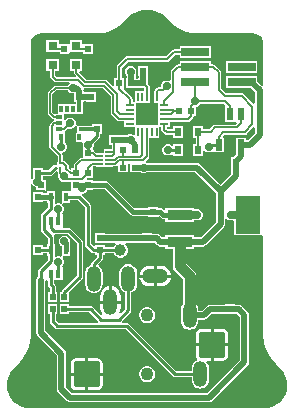
<source format=gbr>
%TF.GenerationSoftware,Altium Limited,Altium Designer,22.5.1 (42)*%
G04 Layer_Physical_Order=1*
G04 Layer_Color=6711008*
%FSLAX45Y45*%
%MOMM*%
%TF.SameCoordinates,A79CAE12-DCBF-455A-9705-E792248E02F7*%
%TF.FilePolarity,Positive*%
%TF.FileFunction,Copper,L1,Top,Signal*%
%TF.Part,Single*%
G01*
G75*
%TA.AperFunction,SMDPad,CuDef*%
%ADD10R,0.60000X0.60000*%
%ADD11R,0.55000X0.60000*%
%ADD12R,0.60000X0.60000*%
%ADD13R,0.60000X0.55000*%
%ADD14R,0.45000X0.80000*%
%ADD15R,0.60000X0.80000*%
%ADD16R,0.60000X1.00000*%
%ADD17C,1.00000*%
%ADD18R,0.53000X0.22000*%
%ADD19R,0.48000X0.22000*%
%ADD20R,2.15000X3.25000*%
%ADD21R,2.15000X0.95000*%
%ADD22C,0.23000*%
%ADD23R,0.35560X0.58420*%
%ADD24R,0.58420X0.35560*%
%ADD25R,2.40000X0.76000*%
%ADD26R,0.80000X0.20000*%
%ADD27R,1.70000X1.70000*%
%ADD28R,0.20000X0.80000*%
%ADD29R,0.80000X0.80000*%
%TA.AperFunction,Conductor*%
%ADD30C,0.12700*%
%ADD31C,0.50800*%
%ADD32C,0.38100*%
%ADD33C,0.25400*%
%ADD34C,0.20320*%
%ADD35C,0.63500*%
%ADD36C,0.88900*%
%ADD37C,0.30480*%
%TA.AperFunction,ComponentPad*%
%ADD38C,1.10000*%
G04:AMPARAMS|DCode=39|XSize=2.2mm|YSize=2.2mm|CornerRadius=0.22mm|HoleSize=0mm|Usage=FLASHONLY|Rotation=270.000|XOffset=0mm|YOffset=0mm|HoleType=Round|Shape=RoundedRectangle|*
%AMROUNDEDRECTD39*
21,1,2.20000,1.76000,0,0,270.0*
21,1,1.76000,2.20000,0,0,270.0*
1,1,0.44000,-0.88000,-0.88000*
1,1,0.44000,-0.88000,0.88000*
1,1,0.44000,0.88000,0.88000*
1,1,0.44000,0.88000,-0.88000*
%
%ADD39ROUNDEDRECTD39*%
G04:AMPARAMS|DCode=40|XSize=2.2mm|YSize=1.2mm|CornerRadius=0.6mm|HoleSize=0mm|Usage=FLASHONLY|Rotation=270.000|XOffset=0mm|YOffset=0mm|HoleType=Round|Shape=RoundedRectangle|*
%AMROUNDEDRECTD40*
21,1,2.20000,0.00000,0,0,270.0*
21,1,1.00000,1.20000,0,0,270.0*
1,1,1.20000,0.00000,-0.50000*
1,1,1.20000,0.00000,0.50000*
1,1,1.20000,0.00000,0.50000*
1,1,1.20000,0.00000,-0.50000*
%
%ADD40ROUNDEDRECTD40*%
G04:AMPARAMS|DCode=41|XSize=2.2mm|YSize=1.2mm|CornerRadius=0.6mm|HoleSize=0mm|Usage=FLASHONLY|Rotation=180.000|XOffset=0mm|YOffset=0mm|HoleType=Round|Shape=RoundedRectangle|*
%AMROUNDEDRECTD41*
21,1,2.20000,0.00000,0,0,180.0*
21,1,1.00000,1.20000,0,0,180.0*
1,1,1.20000,-0.50000,0.00000*
1,1,1.20000,0.50000,0.00000*
1,1,1.20000,0.50000,0.00000*
1,1,1.20000,-0.50000,0.00000*
%
%ADD41ROUNDEDRECTD41*%
%TA.AperFunction,ViaPad*%
%ADD42C,3.70000*%
%ADD43C,0.70000*%
G36*
X0Y185713D02*
X1786Y186452D01*
X44490Y182246D01*
X87271Y169269D01*
X126697Y148195D01*
X159868Y120973D01*
X160608Y119187D01*
X200095Y79700D01*
X200389Y79578D01*
X238442Y47077D01*
X281363Y20776D01*
X327869Y1512D01*
X376817Y-10239D01*
X426706Y-14166D01*
X427000Y-14288D01*
X900000D01*
X901018Y-13866D01*
X922328Y-16671D01*
X943134Y-25290D01*
X961001Y-38999D01*
X974710Y-56866D01*
X983328Y-77672D01*
X984617Y-87457D01*
X985712Y-100000D01*
X985712Y-100000D01*
X985713Y-112680D01*
Y-457815D01*
X973013Y-463075D01*
X932700Y-422763D01*
Y-376300D01*
X667300D01*
Y-477700D01*
X877763D01*
X913222Y-513160D01*
Y-605404D01*
X900522Y-610665D01*
X817965Y-528108D01*
X810404Y-523055D01*
X801484Y-521281D01*
X668743D01*
X628308Y-480846D01*
Y-345001D01*
X626534Y-336081D01*
X621482Y-328520D01*
X576481Y-283519D01*
X568920Y-278467D01*
X560000Y-276693D01*
X542699D01*
Y-249300D01*
X277299D01*
Y-276693D01*
X259742D01*
X250823Y-278467D01*
X243261Y-283519D01*
X206140Y-320641D01*
X201087Y-328202D01*
X199313Y-337122D01*
Y-412322D01*
X186613Y-419243D01*
X174250Y-414122D01*
X155274D01*
X137742Y-421384D01*
X124324Y-434802D01*
X117062Y-452334D01*
Y-471310D01*
X117046Y-471334D01*
X92935D01*
X84015Y-473108D01*
X76453Y-478161D01*
X63519Y-491096D01*
X58466Y-498657D01*
X57742Y-502300D01*
X57300D01*
Y-504521D01*
X56692Y-507577D01*
Y-555000D01*
X57300Y-558056D01*
Y-607700D01*
X92300D01*
Y-682700D01*
Y-792300D01*
X57300D01*
Y-792300D01*
X22700D01*
Y-792300D01*
X-22700D01*
Y-792300D01*
X-92300D01*
Y-722700D01*
X-92300D01*
Y-677300D01*
X-92300D01*
Y-607700D01*
X22700D01*
Y-558056D01*
X23308Y-555000D01*
Y-468807D01*
X21534Y-459887D01*
X16481Y-452326D01*
X9633Y-445478D01*
Y-393040D01*
X5780D01*
Y-376840D01*
X9633D01*
Y-291440D01*
X-75766D01*
Y-376840D01*
X-71913D01*
Y-393040D01*
X-75766D01*
Y-396894D01*
X-92380D01*
Y-395186D01*
X-96233D01*
Y-356987D01*
X-92160Y-347154D01*
Y-328177D01*
X-99422Y-310646D01*
X-112840Y-297227D01*
X-130372Y-289966D01*
X-149348D01*
X-166880Y-297227D01*
X-180298Y-310646D01*
X-187560Y-328177D01*
Y-347154D01*
X-180298Y-364685D01*
X-173926Y-371057D01*
Y-395186D01*
X-177780D01*
Y-475585D01*
X-92380D01*
Y-474587D01*
X-75766D01*
Y-478440D01*
X-23329D01*
X-23308Y-478461D01*
Y-502300D01*
X-102700D01*
Y-597301D01*
X-121692D01*
Y-573824D01*
X-123466Y-564905D01*
X-128519Y-557343D01*
X-198544Y-487318D01*
X-193684Y-475585D01*
X-192379D01*
Y-395185D01*
X-211771D01*
Y-306607D01*
X-159660Y-254496D01*
X168812D01*
X177731Y-252722D01*
X185293Y-247670D01*
X236654Y-196308D01*
X277300D01*
Y-223700D01*
X542700D01*
Y-122300D01*
X277300D01*
Y-149693D01*
X227000D01*
X218080Y-151467D01*
X210519Y-156519D01*
X159157Y-207881D01*
X-169315D01*
X-178234Y-209655D01*
X-185796Y-214707D01*
X-251560Y-280472D01*
X-256613Y-288033D01*
X-258387Y-296953D01*
Y-395185D01*
X-277779D01*
Y-458261D01*
X-289512Y-463121D01*
X-341368Y-411266D01*
X-347669Y-407055D01*
X-355102Y-405577D01*
X-513228D01*
X-573405Y-345400D01*
X-568144Y-332700D01*
X-547300D01*
Y-227300D01*
X-652700D01*
Y-332700D01*
X-619423D01*
Y-346273D01*
X-617945Y-353706D01*
X-613735Y-360007D01*
X-598371Y-375371D01*
X-603231Y-387105D01*
X-765353D01*
X-780577Y-371881D01*
Y-332700D01*
X-747300D01*
Y-227300D01*
X-852700D01*
Y-332700D01*
X-819423D01*
Y-379927D01*
X-817944Y-387360D01*
X-813734Y-393661D01*
X-787133Y-420262D01*
X-780832Y-424472D01*
X-773399Y-425951D01*
X-773397Y-425951D01*
X-661369D01*
X-656109Y-438651D01*
X-665438Y-447980D01*
X-668585Y-455577D01*
X-775000D01*
X-782433Y-457055D01*
X-788734Y-461266D01*
X-788735Y-461267D01*
X-834300Y-506832D01*
X-838511Y-513133D01*
X-839989Y-520566D01*
Y-689005D01*
X-838511Y-696438D01*
X-834300Y-702739D01*
X-798318Y-738722D01*
X-792016Y-742932D01*
X-790475Y-743239D01*
Y-756187D01*
X-794839Y-757055D01*
X-801141Y-761266D01*
X-820759Y-780884D01*
X-824969Y-787185D01*
X-826448Y-794618D01*
Y-973166D01*
X-824969Y-980599D01*
X-820759Y-986900D01*
X-754423Y-1053236D01*
Y-1095200D01*
X-755516Y-1096292D01*
X-759200Y-1105187D01*
Y-1114814D01*
X-758989Y-1115324D01*
X-760580Y-1118129D01*
X-768569Y-1125382D01*
X-775000Y-1124102D01*
X-784911Y-1126074D01*
X-793312Y-1131688D01*
X-835734Y-1174109D01*
X-882301D01*
Y-1157307D01*
X-967701D01*
Y-1238630D01*
X-973013Y-1244195D01*
X-985713Y-1239107D01*
Y-100000D01*
X-986134Y-98982D01*
X-983329Y-77672D01*
X-974711Y-56866D01*
X-961001Y-38999D01*
X-943134Y-25290D01*
X-922328Y-16671D01*
X-901018Y-13866D01*
X-900000Y-14288D01*
X-427000D01*
X-426706Y-14166D01*
X-376817Y-10239D01*
X-327870Y1512D01*
X-281363Y20776D01*
X-238442Y47077D01*
X-200389Y79578D01*
X-200095Y79700D01*
X-160608Y119186D01*
X-159868Y120973D01*
X-126698Y148195D01*
X-87271Y169269D01*
X-44490Y182246D01*
X-1786Y186452D01*
X0Y185713D01*
D02*
G37*
G36*
X-307692Y-545291D02*
Y-686731D01*
X-306213Y-694164D01*
X-302003Y-700466D01*
X-248734Y-753735D01*
X-242433Y-757945D01*
X-235000Y-759423D01*
X-197700D01*
Y-802700D01*
X-102700D01*
Y-870690D01*
X-115400Y-876083D01*
X-130372Y-869881D01*
X-149348D01*
X-166880Y-877143D01*
X-168471Y-878735D01*
X-233341D01*
Y-874881D01*
X-318741D01*
Y-960281D01*
X-295464D01*
Y-992959D01*
X-363752D01*
Y-1027959D01*
X-428947D01*
X-446993Y-1009915D01*
X-446993Y-1009914D01*
X-453295Y-1005704D01*
X-454800Y-1005404D01*
Y-980948D01*
X-454799D01*
X-455857Y-979365D01*
X-449800Y-964741D01*
Y-945764D01*
X-450265Y-944642D01*
X-406688Y-901065D01*
X-401074Y-892663D01*
X-399103Y-882753D01*
Y-867700D01*
X-382300D01*
Y-782300D01*
X-467700D01*
Y-796525D01*
X-512220D01*
Y-794533D01*
X-592714D01*
X-602190Y-784604D01*
X-602300Y-784425D01*
Y-765512D01*
X-609562Y-747980D01*
X-622980Y-734562D01*
X-640512Y-727300D01*
X-659488D01*
X-677020Y-734562D01*
X-690438Y-747980D01*
X-691260Y-749964D01*
X-703960Y-747438D01*
Y-696260D01*
X-694539D01*
Y-696260D01*
X-655473D01*
Y-696260D01*
X-544501D01*
Y-612440D01*
X-546494D01*
Y-592709D01*
X-532303D01*
Y-588856D01*
X-517697D01*
Y-592690D01*
X-432297D01*
Y-507290D01*
X-517697D01*
Y-511163D01*
X-532303D01*
Y-507309D01*
X-536156D01*
Y-499535D01*
X-538126Y-489634D01*
X-536573Y-485968D01*
X-531047Y-479346D01*
X-528538Y-477691D01*
X-375292D01*
X-307692Y-545291D01*
D02*
G37*
G36*
X-665438Y-502020D02*
X-652020Y-515438D01*
X-634488Y-522700D01*
X-617703D01*
Y-592709D01*
X-603468D01*
Y-612440D01*
X-644526D01*
Y-612440D01*
X-705486D01*
Y-612440D01*
X-755499D01*
Y-694507D01*
X-787595D01*
X-801143Y-680959D01*
Y-528612D01*
X-766955Y-494423D01*
X-668585D01*
X-665438Y-502020D01*
D02*
G37*
G36*
X-596040Y-802562D02*
Y-853740D01*
X-605461D01*
Y-937560D01*
X-555548D01*
X-545200Y-945764D01*
X-545200Y-949971D01*
Y-964741D01*
X-539142Y-979365D01*
X-540200Y-980948D01*
X-540200D01*
Y-1066348D01*
X-552532Y-1067236D01*
X-555960D01*
X-563393Y-1068714D01*
X-569694Y-1072925D01*
X-613734Y-1116965D01*
X-617944Y-1123266D01*
X-619423Y-1130699D01*
Y-1157300D01*
X-640200D01*
Y-1162903D01*
X-651933Y-1167763D01*
X-662927Y-1156769D01*
Y-1135138D01*
X-664406Y-1127705D01*
X-668616Y-1121404D01*
X-693754Y-1096266D01*
X-700055Y-1092056D01*
X-707488Y-1090577D01*
X-715577D01*
Y-1045192D01*
X-715576Y-1045191D01*
X-717055Y-1037758D01*
X-718631Y-1035400D01*
X-717143Y-1029344D01*
X-714796Y-1023744D01*
X-713072Y-1021689D01*
X-697980Y-1015438D01*
X-684562Y-1002020D01*
X-677300Y-984488D01*
Y-965512D01*
X-684562Y-947980D01*
X-686361Y-946181D01*
X-694538Y-937560D01*
X-694539D01*
X-694539Y-937559D01*
Y-853740D01*
X-694539Y-853740D01*
X-694538D01*
X-691146Y-841999D01*
X-686278Y-838747D01*
X-667085Y-819553D01*
X-659488Y-822700D01*
X-640512D01*
X-622980Y-815438D01*
X-609562Y-802020D01*
X-608740Y-800036D01*
X-596040Y-802562D01*
D02*
G37*
G36*
X663068Y-625567D02*
X658207Y-637300D01*
X657300D01*
Y-762700D01*
X742700D01*
Y-762701D01*
X752300Y-762700D01*
X759320Y-772492D01*
X760524Y-775400D01*
X749702Y-786221D01*
X579009D01*
X570090Y-787996D01*
X562528Y-793048D01*
X528884Y-826693D01*
X477700D01*
Y-797300D01*
X392300D01*
Y-902700D01*
X411692D01*
Y-947300D01*
X392300D01*
Y-1052700D01*
X477700D01*
Y-1013118D01*
X490400Y-1007858D01*
X497980Y-1015438D01*
X515512Y-1022700D01*
X534488D01*
X549600Y-1016440D01*
X562300Y-1021751D01*
Y-1022700D01*
X647700D01*
Y-897300D01*
X645836D01*
X640976Y-885566D01*
X652810Y-873733D01*
X825936D01*
X834856Y-871958D01*
X842417Y-866906D01*
X900522Y-808801D01*
X913222Y-814062D01*
Y-861838D01*
X853907Y-921153D01*
X837700D01*
Y-897299D01*
X752300D01*
Y-1022699D01*
X756154D01*
Y-1038916D01*
X737760Y-1057310D01*
X707298D01*
Y-1142709D01*
X711151D01*
Y-1208912D01*
X624938Y-1295124D01*
X452345Y-1122531D01*
X439743Y-1114111D01*
X424877Y-1111153D01*
X3611D01*
X2020Y-1109562D01*
X-7688Y-1105541D01*
X-10675Y-1090567D01*
X13734Y-1066158D01*
X17945Y-1059857D01*
X19423Y-1052424D01*
Y-897700D01*
X62700D01*
Y-897700D01*
X102700D01*
Y-802700D01*
X121692D01*
Y-828156D01*
X123466Y-837075D01*
X128519Y-844637D01*
X150363Y-866481D01*
X157924Y-871533D01*
X166844Y-873308D01*
X222301D01*
Y-902700D01*
X307700D01*
Y-797300D01*
X222301D01*
Y-826692D01*
X176498D01*
X168308Y-818502D01*
Y-802700D01*
X197700D01*
Y-763308D01*
X344269D01*
X353189Y-761534D01*
X360750Y-756481D01*
X387261Y-729971D01*
X392313Y-722410D01*
X393975Y-714056D01*
X413480D01*
Y-636534D01*
X419487D01*
X437018Y-629272D01*
X450437Y-615854D01*
X451974Y-612142D01*
X649642D01*
X663068Y-625567D01*
D02*
G37*
G36*
X-142700Y-1121290D02*
Y-1190200D01*
X-57301D01*
X-57300Y-1190200D01*
X-45771Y-1193026D01*
X-34488Y-1197700D01*
X-15512D01*
X2020Y-1190438D01*
X3611Y-1188846D01*
X408786D01*
X586092Y-1366152D01*
Y-1608971D01*
X453909Y-1741154D01*
X395200D01*
Y-1719801D01*
X154801D01*
Y-1741154D01*
X127984D01*
X109364Y-1722534D01*
X96761Y-1714113D01*
X81895Y-1711156D01*
X42709D01*
Y-1707303D01*
X-42691D01*
Y-1711154D01*
X-359800D01*
Y-1707300D01*
X-440200D01*
Y-1792700D01*
X-359800D01*
Y-1788847D01*
X-270478D01*
X-265217Y-1801547D01*
X-278154Y-1814484D01*
X-282139Y-1824103D01*
X-359800D01*
Y-1807300D01*
X-440200D01*
Y-1808063D01*
X-452900Y-1813323D01*
X-474102Y-1792121D01*
Y-1475000D01*
X-476074Y-1465090D01*
X-481688Y-1456688D01*
X-552976Y-1385400D01*
X-547726Y-1372700D01*
X-540512D01*
X-522980Y-1365438D01*
X-509562Y-1352020D01*
X-505701Y-1342699D01*
X-459800D01*
Y-1332372D01*
X-359854D01*
X-144338Y-1547888D01*
X-133836Y-1554905D01*
X-121448Y-1557370D01*
X7291D01*
Y-1567697D01*
X92690D01*
Y-1567698D01*
X105390Y-1563024D01*
X115257Y-1572890D01*
X125759Y-1579908D01*
X138147Y-1582372D01*
X154800D01*
Y-1610200D01*
X395200D01*
Y-1595321D01*
X409768D01*
X415512Y-1597700D01*
X434488D01*
X452020Y-1590438D01*
X465438Y-1577020D01*
X472700Y-1559488D01*
Y-1540512D01*
X465438Y-1522980D01*
X452020Y-1509562D01*
X434488Y-1502300D01*
X415512D01*
X409769Y-1504679D01*
X395200D01*
Y-1489800D01*
X154800D01*
Y-1502911D01*
X142100Y-1508172D01*
X136035Y-1502107D01*
X125533Y-1495089D01*
X113145Y-1492625D01*
X92690D01*
Y-1482298D01*
X7291D01*
Y-1492625D01*
X-108039D01*
X-323555Y-1277109D01*
X-334057Y-1270092D01*
X-346446Y-1267628D01*
X-459800D01*
Y-1257299D01*
X-500019D01*
X-506807Y-1244599D01*
X-505538Y-1242700D01*
X-459800D01*
Y-1157300D01*
X-459800D01*
X-457636Y-1145496D01*
X-454475Y-1141082D01*
X-433752D01*
Y-1145359D01*
X-363752D01*
Y-1145359D01*
X-290352D01*
Y-1141083D01*
X-271659D01*
X-264226Y-1139604D01*
X-257925Y-1135394D01*
X-254433Y-1131901D01*
X-242700Y-1136762D01*
Y-1190200D01*
X-157300D01*
Y-1121288D01*
X-150001Y-1117074D01*
X-142700Y-1121290D01*
D02*
G37*
G36*
X-970435Y-1297010D02*
X-957017Y-1310429D01*
X-942697Y-1316360D01*
Y-1342690D01*
X-860991D01*
X-855634Y-1344979D01*
X-850200Y-1352451D01*
Y-1367628D01*
X-882309D01*
Y-1357290D01*
X-967709D01*
Y-1442690D01*
X-882309D01*
Y-1432372D01*
X-850200D01*
Y-1452700D01*
X-840898D01*
Y-1487236D01*
X-888308Y-1534646D01*
X-893922Y-1543047D01*
X-895893Y-1552958D01*
Y-1680005D01*
X-893922Y-1689915D01*
X-888308Y-1698317D01*
X-840898Y-1745727D01*
Y-1797300D01*
X-850200D01*
Y-1824105D01*
X-882291D01*
Y-1807303D01*
X-967690D01*
Y-1892703D01*
X-882291D01*
Y-1875900D01*
X-850200D01*
Y-1902700D01*
X-840898D01*
Y-1932241D01*
X-918312Y-2009656D01*
X-923926Y-2018058D01*
X-925898Y-2027968D01*
Y-2071482D01*
X-927469Y-2072532D01*
X-935889Y-2085134D01*
X-938846Y-2100000D01*
Y-2550000D01*
X-935889Y-2564866D01*
X-927469Y-2577469D01*
X-763847Y-2741091D01*
Y-3025000D01*
X-760890Y-3039866D01*
X-752469Y-3052469D01*
X-677469Y-3127468D01*
X-664866Y-3135889D01*
X-650000Y-3138846D01*
X525000D01*
X539866Y-3135889D01*
X552469Y-3127468D01*
X852468Y-2827469D01*
X860889Y-2814866D01*
X863846Y-2800000D01*
Y-2400000D01*
X860889Y-2385134D01*
X852468Y-2372531D01*
X802471Y-2322534D01*
X789868Y-2314113D01*
X775003Y-2311156D01*
X742709D01*
Y-2307303D01*
X657310D01*
Y-2311156D01*
X532717D01*
X517851Y-2314113D01*
X505248Y-2322534D01*
X466628Y-2361154D01*
X433327D01*
Y-2350001D01*
X430828Y-2331022D01*
X423503Y-2313337D01*
X418269Y-2306516D01*
Y-2068058D01*
X413833Y-2045759D01*
X401202Y-2026855D01*
X333270Y-1958923D01*
Y-1840201D01*
X395200D01*
Y-1818847D01*
X469999D01*
X484865Y-1815890D01*
X497468Y-1807469D01*
X652407Y-1652530D01*
X660828Y-1639928D01*
X663785Y-1625062D01*
Y-1587843D01*
X676485Y-1582583D01*
X684340Y-1590438D01*
X701872Y-1597700D01*
X720848D01*
X722099Y-1597182D01*
X734799Y-1603706D01*
Y-1725200D01*
X975199D01*
X985713Y-1730480D01*
Y-2448736D01*
Y-2573000D01*
X985834Y-2573295D01*
X989761Y-2623183D01*
X1001512Y-2672131D01*
X1020776Y-2718637D01*
X1047077Y-2761558D01*
X1079578Y-2799611D01*
X1079700Y-2799905D01*
X1089897Y-2810102D01*
X1089897Y-2810103D01*
X1119186Y-2839392D01*
X1120973Y-2840132D01*
X1148195Y-2873302D01*
X1169269Y-2912729D01*
X1182246Y-2955510D01*
X1186452Y-2998214D01*
X1185712Y-3000000D01*
X1186290Y-3001395D01*
X1182845Y-3036370D01*
X1172237Y-3071343D01*
X1155009Y-3103574D01*
X1131824Y-3131824D01*
X1103574Y-3155009D01*
X1071343Y-3172237D01*
X1036370Y-3182846D01*
X1001395Y-3186290D01*
X1000000Y-3185712D01*
X-1000000D01*
X-1001396Y-3186290D01*
X-1036371Y-3182846D01*
X-1071343Y-3172237D01*
X-1103574Y-3155009D01*
X-1131825Y-3131824D01*
X-1155009Y-3103574D01*
X-1172237Y-3071343D01*
X-1182846Y-3036370D01*
X-1185196Y-3012510D01*
X-1185712Y-3000000D01*
X-1185712D01*
X-1185390Y-2987433D01*
X-1182246Y-2955509D01*
X-1169269Y-2912729D01*
X-1148195Y-2873302D01*
X-1120973Y-2840132D01*
X-1119186Y-2839392D01*
X-1089897Y-2810103D01*
X-1079700Y-2799905D01*
X-1079700Y-2799905D01*
X-1079700Y-2799905D01*
X-1079578Y-2799611D01*
X-1047077Y-2761558D01*
X-1020776Y-2718637D01*
X-1001512Y-2672131D01*
X-989761Y-2623183D01*
X-985834Y-2573294D01*
X-985713Y-2573000D01*
Y-2448736D01*
Y-1293315D01*
X-973013Y-1290789D01*
X-970435Y-1297010D01*
D02*
G37*
G36*
X-754423Y-1184008D02*
Y-1194572D01*
X-752944Y-1202005D01*
X-751445Y-1204250D01*
X-754986Y-1212798D01*
Y-1231774D01*
X-747724Y-1249306D01*
X-734305Y-1262724D01*
X-716774Y-1269986D01*
X-697797D01*
X-689249Y-1266445D01*
X-687005Y-1267945D01*
X-679572Y-1269423D01*
X-640200D01*
Y-1339816D01*
X-648360Y-1346177D01*
X-650995Y-1347300D01*
X-720200D01*
Y-1446967D01*
X-731524Y-1456023D01*
X-740512Y-1452300D01*
X-759488D01*
X-768477Y-1456023D01*
X-779800Y-1446967D01*
Y-1347300D01*
X-846507D01*
X-851864Y-1345012D01*
X-857297Y-1337540D01*
Y-1257291D01*
X-871847D01*
X-882613Y-1244590D01*
X-882300Y-1242706D01*
X-882301D01*
Y-1225904D01*
X-825007D01*
X-815096Y-1223933D01*
X-806694Y-1218319D01*
X-767123Y-1178747D01*
X-754423Y-1184008D01*
D02*
G37*
G36*
X-525898Y-1485727D02*
Y-1802848D01*
X-523926Y-1812758D01*
X-518312Y-1821160D01*
X-471160Y-1868312D01*
X-462758Y-1873926D01*
X-452848Y-1875898D01*
X-440200D01*
Y-1892700D01*
X-425898D01*
Y-1906070D01*
X-468313Y-1948486D01*
X-473927Y-1956887D01*
X-475898Y-1966798D01*
Y-1972036D01*
X-486665Y-1976496D01*
X-501851Y-1988149D01*
X-513504Y-2003335D01*
X-520830Y-2021021D01*
X-523328Y-2039999D01*
Y-2139999D01*
X-520830Y-2158978D01*
X-513504Y-2176663D01*
X-501851Y-2191850D01*
X-486665Y-2203503D01*
X-468979Y-2210828D01*
X-450001Y-2213327D01*
X-431023Y-2210828D01*
X-413337Y-2203503D01*
X-398151Y-2191850D01*
X-386498Y-2176663D01*
X-379172Y-2158978D01*
X-376674Y-2139999D01*
Y-2039999D01*
X-379172Y-2021021D01*
X-386498Y-2003335D01*
X-398151Y-1988149D01*
X-408684Y-1980066D01*
X-411436Y-1964858D01*
X-381688Y-1935109D01*
X-376074Y-1926708D01*
X-374102Y-1916797D01*
Y-1892700D01*
X-359800D01*
Y-1875898D01*
X-282139D01*
X-278154Y-1885517D01*
X-260517Y-1903154D01*
X-237472Y-1912700D01*
X-212528D01*
X-189483Y-1903154D01*
X-171846Y-1885517D01*
X-162300Y-1862472D01*
Y-1837528D01*
X-171846Y-1814484D01*
X-184783Y-1801547D01*
X-179522Y-1788847D01*
X-42691D01*
Y-1792703D01*
X42709D01*
Y-1788849D01*
X65805D01*
X84425Y-1807469D01*
X97028Y-1815890D01*
X111894Y-1818847D01*
X154801D01*
Y-1840201D01*
X216731D01*
Y-1983060D01*
X221166Y-2005358D01*
X233798Y-2024262D01*
X301730Y-2092194D01*
Y-2306516D01*
X296496Y-2313337D01*
X289171Y-2331022D01*
X286672Y-2350001D01*
Y-2450001D01*
X289171Y-2468979D01*
X296496Y-2486665D01*
X308149Y-2501851D01*
X323336Y-2513504D01*
X341021Y-2520830D01*
X359999Y-2523328D01*
X378978Y-2520830D01*
X396663Y-2513504D01*
X411850Y-2501851D01*
X423503Y-2486665D01*
X430828Y-2468979D01*
X433327Y-2450001D01*
Y-2438847D01*
X482719D01*
X497585Y-2435890D01*
X510187Y-2427469D01*
X548808Y-2388849D01*
X657310D01*
Y-2392703D01*
X742709D01*
Y-2388849D01*
X758912D01*
X786153Y-2416091D01*
Y-2783910D01*
X508910Y-3061153D01*
X-633910D01*
X-686154Y-3008909D01*
Y-2725000D01*
X-689111Y-2710134D01*
X-697531Y-2697531D01*
X-861153Y-2533909D01*
Y-2113149D01*
X-848692Y-2106340D01*
X-843007Y-2109043D01*
X-840898Y-2110904D01*
Y-2141585D01*
X-838926Y-2151496D01*
X-833313Y-2159898D01*
X-825897Y-2167313D01*
Y-2207300D01*
X-840199D01*
Y-2292700D01*
X-759800D01*
Y-2207300D01*
X-774102D01*
Y-2156586D01*
X-776073Y-2146675D01*
X-781687Y-2138273D01*
X-789103Y-2130858D01*
Y-2102700D01*
X-714800D01*
Y-1997300D01*
X-714800D01*
X-717142Y-1984600D01*
X-709562Y-1977020D01*
X-702300Y-1959488D01*
Y-1940512D01*
X-709562Y-1922980D01*
X-711853Y-1920690D01*
X-714283Y-1908497D01*
X-711881Y-1902700D01*
X-709963Y-1902700D01*
X-709962Y-1902700D01*
X-709875Y-1902700D01*
X-649800D01*
Y-1797300D01*
X-649800D01*
X-652346Y-1784600D01*
X-652300Y-1784488D01*
Y-1765512D01*
X-659562Y-1747980D01*
X-672980Y-1734562D01*
X-690512Y-1727300D01*
X-709488D01*
X-727020Y-1734562D01*
X-740438Y-1747980D01*
X-747700Y-1765512D01*
Y-1784488D01*
X-740438Y-1802020D01*
X-727020Y-1815438D01*
X-720200Y-1818263D01*
X-720200Y-1893446D01*
X-720200Y-1896967D01*
X-724766Y-1900618D01*
X-724766D01*
X-724766Y-1900619D01*
D01*
X-736393Y-1904006D01*
X-740512Y-1902300D01*
X-759488D01*
X-768477Y-1906023D01*
X-779800Y-1896967D01*
Y-1797300D01*
X-789103D01*
Y-1735000D01*
X-790737Y-1726782D01*
X-789925Y-1724014D01*
X-788680Y-1722024D01*
X-782843Y-1714547D01*
X-669933D01*
X-595523Y-1788957D01*
Y-2061957D01*
X-718312Y-2184747D01*
X-723926Y-2193149D01*
X-725897Y-2203059D01*
Y-2207300D01*
X-740200D01*
Y-2292700D01*
X-659800D01*
Y-2207301D01*
X-659800Y-2207301D01*
X-659800D01*
X-656112Y-2195796D01*
X-551313Y-2090997D01*
X-545699Y-2082595D01*
X-543728Y-2072684D01*
Y-1778230D01*
X-545699Y-1768319D01*
X-551313Y-1759917D01*
X-640893Y-1670337D01*
X-649295Y-1664723D01*
X-659205Y-1662752D01*
X-708407D01*
X-714800Y-1652700D01*
Y-1547300D01*
X-714800D01*
X-717142Y-1534600D01*
X-709562Y-1527020D01*
X-702300Y-1509488D01*
Y-1490512D01*
X-709562Y-1472980D01*
X-717142Y-1465400D01*
X-711882Y-1452700D01*
X-649800D01*
Y-1425898D01*
X-585727D01*
X-525898Y-1485727D01*
D02*
G37*
%LPC*%
G36*
X-547300Y-67300D02*
X-652699D01*
Y-97541D01*
X-659801Y-107300D01*
X-665400Y-107300D01*
X-740200D01*
X-747300Y-97541D01*
Y-67300D01*
X-852700D01*
Y-172700D01*
X-773056D01*
X-769999Y-173308D01*
X-740200D01*
Y-192700D01*
X-659800D01*
Y-182459D01*
X-652699Y-172700D01*
X-647100Y-172700D01*
X-573056D01*
X-569999Y-173308D01*
X-540200D01*
Y-192700D01*
X-459800D01*
Y-107300D01*
X-540200D01*
X-547300Y-97541D01*
Y-67300D01*
D02*
G37*
G36*
X932700Y-249300D02*
X667300D01*
Y-350700D01*
X932700D01*
Y-249300D01*
D02*
G37*
G36*
X307700Y-947300D02*
X222301D01*
Y-961882D01*
X209601Y-967143D01*
X202020Y-959562D01*
X184488Y-952300D01*
X165512D01*
X147980Y-959562D01*
X134562Y-972980D01*
X127300Y-990512D01*
Y-1009488D01*
X134562Y-1027020D01*
X147980Y-1040438D01*
X165512Y-1047700D01*
X184488D01*
X202020Y-1040438D01*
X209601Y-1032857D01*
X222301Y-1038118D01*
Y-1052700D01*
X307700D01*
Y-947300D01*
D02*
G37*
G36*
X120000Y-1983863D02*
X82700D01*
Y-2057300D01*
X204465D01*
X203202Y-2047706D01*
X194596Y-2026932D01*
X180908Y-2009092D01*
X163068Y-1995404D01*
X142294Y-1986798D01*
X120000Y-1983863D01*
D02*
G37*
G36*
X57300D02*
X19999D01*
X-2294Y-1986798D01*
X-23069Y-1995404D01*
X-40908Y-2009092D01*
X-54597Y-2026932D01*
X-63202Y-2047706D01*
X-64465Y-2057300D01*
X57300D01*
Y-1983863D01*
D02*
G37*
G36*
X204465Y-2082700D02*
X82700D01*
Y-2156137D01*
X120000D01*
X142294Y-2153202D01*
X163068Y-2144597D01*
X180908Y-2130908D01*
X194596Y-2113068D01*
X203202Y-2092294D01*
X204465Y-2082700D01*
D02*
G37*
G36*
X57300D02*
X-64465D01*
X-63202Y-2092294D01*
X-54597Y-2113068D01*
X-40908Y-2130908D01*
X-23069Y-2144597D01*
X-2294Y-2153202D01*
X19999Y-2156137D01*
X57300D01*
Y-2082700D01*
D02*
G37*
G36*
X-297301Y-2155535D02*
Y-2277300D01*
X-223864D01*
Y-2240000D01*
X-226799Y-2217706D01*
X-235404Y-2196931D01*
X-249093Y-2179092D01*
X-266932Y-2165403D01*
X-287707Y-2156798D01*
X-297301Y-2155535D01*
D02*
G37*
G36*
X-322701Y-2155535D02*
X-332294Y-2156798D01*
X-353069Y-2165403D01*
X-370909Y-2179092D01*
X-384597Y-2196931D01*
X-393202Y-2217706D01*
X-396137Y-2240000D01*
Y-2277300D01*
X-322701D01*
Y-2155535D01*
D02*
G37*
G36*
X-160000Y-1966673D02*
X-178979Y-1969171D01*
X-196664Y-1976497D01*
X-211851Y-1988150D01*
X-223504Y-2003336D01*
X-230829Y-2021022D01*
X-233328Y-2040000D01*
Y-2140000D01*
X-230829Y-2158979D01*
X-223504Y-2176664D01*
X-211851Y-2191851D01*
X-196664Y-2203504D01*
X-185898Y-2207963D01*
Y-2349273D01*
X-223047Y-2386422D01*
X-233813Y-2379228D01*
X-226799Y-2362294D01*
X-223864Y-2340000D01*
Y-2302700D01*
X-310001D01*
X-396137D01*
Y-2340000D01*
X-393202Y-2362294D01*
X-384597Y-2383069D01*
X-377581Y-2392213D01*
X-382672Y-2406440D01*
X-384787Y-2406934D01*
X-460034Y-2331687D01*
X-468436Y-2326073D01*
X-478346Y-2324102D01*
X-659801D01*
Y-2307300D01*
X-740200D01*
Y-2392700D01*
X-659801D01*
Y-2375897D01*
X-489073D01*
X-413271Y-2451700D01*
X-418531Y-2464400D01*
X-747595D01*
X-774103Y-2437892D01*
Y-2392700D01*
X-759800D01*
Y-2307300D01*
X-840200D01*
Y-2392700D01*
X-825898D01*
Y-2448619D01*
X-823926Y-2458530D01*
X-818313Y-2466932D01*
X-776634Y-2508610D01*
X-768232Y-2514224D01*
X-758322Y-2516195D01*
X-184214D01*
X217904Y-2918313D01*
X226306Y-2923927D01*
X236216Y-2925898D01*
X376672D01*
Y-2950001D01*
X379171Y-2968979D01*
X386496Y-2986664D01*
X398149Y-3001851D01*
X413336Y-3013504D01*
X431021Y-3020829D01*
X450000Y-3023328D01*
X468978Y-3020829D01*
X486663Y-3013504D01*
X501850Y-3001851D01*
X513503Y-2986664D01*
X520828Y-2968979D01*
X523327Y-2950001D01*
Y-2850000D01*
X520828Y-2831022D01*
X513503Y-2813337D01*
X502524Y-2799028D01*
X503229Y-2795162D01*
X507305Y-2786328D01*
X537299D01*
Y-2662700D01*
X413670D01*
Y-2738000D01*
X417349Y-2756494D01*
X424987Y-2767925D01*
X422810Y-2780750D01*
X421403Y-2783156D01*
X413336Y-2786497D01*
X398149Y-2798150D01*
X386496Y-2813337D01*
X379171Y-2831022D01*
X376672Y-2850000D01*
Y-2874103D01*
X246943D01*
X-155174Y-2471985D01*
X-163576Y-2466371D01*
X-173487Y-2464400D01*
X-209814D01*
X-215075Y-2451700D01*
X-141688Y-2378313D01*
X-136074Y-2369911D01*
X-134103Y-2360001D01*
Y-2207963D01*
X-123337Y-2203504D01*
X-108150Y-2191851D01*
X-96497Y-2176664D01*
X-89172Y-2158979D01*
X-86673Y-2140000D01*
Y-2040000D01*
X-89172Y-2021022D01*
X-96497Y-2003336D01*
X-108150Y-1988150D01*
X-123337Y-1976497D01*
X-141022Y-1969171D01*
X-160000Y-1966673D01*
D02*
G37*
G36*
X8912Y-2332300D02*
X-8914D01*
X-26133Y-2336913D01*
X-41570Y-2345826D01*
X-54175Y-2358431D01*
X-63088Y-2373868D01*
X-67701Y-2391087D01*
Y-2408912D01*
X-63088Y-2426131D01*
X-54175Y-2441568D01*
X-41570Y-2454173D01*
X-26133Y-2463086D01*
X-8914Y-2467699D01*
X8912D01*
X26130Y-2463086D01*
X41567Y-2454173D01*
X54172Y-2441568D01*
X63085Y-2426131D01*
X67699Y-2408912D01*
Y-2391087D01*
X63085Y-2373868D01*
X54172Y-2358431D01*
X41567Y-2345826D01*
X26130Y-2336913D01*
X8912Y-2332300D01*
D02*
G37*
G36*
X637999Y-2513671D02*
X562699D01*
Y-2637300D01*
X686328D01*
Y-2561999D01*
X682649Y-2543505D01*
X672172Y-2527826D01*
X656493Y-2517350D01*
X637999Y-2513671D01*
D02*
G37*
G36*
X537299D02*
X461999D01*
X443504Y-2517350D01*
X427825Y-2527826D01*
X417349Y-2543505D01*
X413670Y-2561999D01*
Y-2637300D01*
X537299D01*
Y-2513671D01*
D02*
G37*
G36*
X686328Y-2662700D02*
X562699D01*
Y-2786328D01*
X637999D01*
X656493Y-2782650D01*
X672172Y-2772173D01*
X682649Y-2756494D01*
X686328Y-2738000D01*
Y-2662700D01*
D02*
G37*
G36*
X-422001Y-2763671D02*
X-497301D01*
Y-2887301D01*
X-373672D01*
Y-2812000D01*
X-377351Y-2793505D01*
X-387827Y-2777826D01*
X-403506Y-2767350D01*
X-422001Y-2763671D01*
D02*
G37*
G36*
X-522701D02*
X-598001D01*
X-616495Y-2767350D01*
X-632174Y-2777826D01*
X-642651Y-2793505D01*
X-646329Y-2812000D01*
Y-2887301D01*
X-522701D01*
Y-2763671D01*
D02*
G37*
G36*
X8913Y-2832300D02*
X-8913D01*
X-26131Y-2836914D01*
X-41569Y-2845827D01*
X-54173Y-2858431D01*
X-63086Y-2873869D01*
X-67700Y-2891087D01*
Y-2908913D01*
X-63086Y-2926131D01*
X-54173Y-2941569D01*
X-41569Y-2954173D01*
X-26131Y-2963086D01*
X-8913Y-2967700D01*
X8913D01*
X26131Y-2963086D01*
X41569Y-2954173D01*
X54173Y-2941569D01*
X63086Y-2926131D01*
X67700Y-2908913D01*
Y-2891087D01*
X63086Y-2873869D01*
X54173Y-2858431D01*
X41569Y-2845827D01*
X26131Y-2836914D01*
X8913Y-2832300D01*
D02*
G37*
G36*
X-373672Y-2912701D02*
X-497301D01*
Y-3036328D01*
X-422001D01*
X-403506Y-3032650D01*
X-387827Y-3022173D01*
X-377351Y-3006494D01*
X-373672Y-2988000D01*
Y-2912701D01*
D02*
G37*
G36*
X-522701D02*
X-646329D01*
Y-2988000D01*
X-642651Y-3006494D01*
X-632174Y-3022173D01*
X-616495Y-3032650D01*
X-598001Y-3036328D01*
X-522701D01*
Y-2912701D01*
D02*
G37*
%LPD*%
D10*
X-276041Y-917581D02*
D03*
X-276041Y-817574D02*
D03*
X700010Y-2450010D02*
D03*
Y-2350003D02*
D03*
X-925009Y-1399990D02*
D03*
Y-1499997D02*
D03*
X-925001Y-1200007D02*
D03*
X-925000Y-1100000D02*
D03*
X-924991Y-1749995D02*
D03*
X-924991Y-1850003D02*
D03*
X-425000Y-724993D02*
D03*
Y-825000D02*
D03*
X49990Y-1424990D02*
D03*
X49991Y-1524997D02*
D03*
X9Y-1850010D02*
D03*
X9Y-1750003D02*
D03*
D11*
X-800000Y-2250000D02*
D03*
X-800000Y-2350000D02*
D03*
X-700000Y-150000D02*
D03*
Y-250000D02*
D03*
X-500000Y-150000D02*
D03*
Y-250000D02*
D03*
X-600000Y-1300000D02*
D03*
X-600000Y-1200000D02*
D03*
X-500000Y-1299999D02*
D03*
Y-1200000D02*
D03*
X-400000Y-1750000D02*
D03*
Y-1850000D02*
D03*
X-700000Y-2250000D02*
D03*
X-700000Y-2350000D02*
D03*
D12*
X-497500Y-1023648D02*
D03*
X-597507Y-1023648D02*
D03*
X649991Y-1100009D02*
D03*
X749997D02*
D03*
X-799990Y-1299990D02*
D03*
X-899997Y-1299991D02*
D03*
X-374991Y-549991D02*
D03*
X-474997Y-549990D02*
D03*
X-675010Y-550009D02*
D03*
X-575003D02*
D03*
X66941Y-435741D02*
D03*
X-33066Y-435740D02*
D03*
X66941Y-334140D02*
D03*
X-33066Y-334140D02*
D03*
D13*
X-135080Y-435385D02*
D03*
X-235079Y-435385D02*
D03*
X370780Y-673857D02*
D03*
X270780D02*
D03*
X-100000Y-1150000D02*
D03*
X-200000Y-1150000D02*
D03*
X-100000Y-1000000D02*
D03*
X-200001Y-1000000D02*
D03*
D14*
X-685000Y-1400000D02*
D03*
Y-1600000D02*
D03*
X-750000D02*
D03*
X-815000D02*
D03*
Y-1400000D02*
D03*
X-685000Y-1850000D02*
D03*
Y-2050000D02*
D03*
X-750000D02*
D03*
X-815000D02*
D03*
Y-1850000D02*
D03*
D15*
X265000Y-1000000D02*
D03*
X435000Y-1000000D02*
D03*
X265000Y-850000D02*
D03*
X435000Y-850000D02*
D03*
D16*
X795000Y-700000D02*
D03*
X700000Y-700000D02*
D03*
X605000Y-700000D02*
D03*
Y-960000D02*
D03*
X795000Y-959999D02*
D03*
D17*
X-225000Y-1850000D02*
D03*
D18*
X-394553Y-1016659D02*
D03*
D19*
X-397053Y-1051659D02*
D03*
X-397052Y-1086659D02*
D03*
Y-1121659D02*
D03*
X-327052Y-1121659D02*
D03*
Y-1086659D02*
D03*
Y-1051659D02*
D03*
Y-1016659D02*
D03*
D20*
X854999Y-1550000D02*
D03*
D21*
X275000Y-1780001D02*
D03*
X275000Y-1550000D02*
D03*
Y-1320000D02*
D03*
D22*
X-775000Y-1110000D02*
D03*
X-735000Y-1110001D02*
D03*
X-775000Y-1150000D02*
D03*
X-735000D02*
D03*
D23*
X-725019Y-895650D02*
D03*
X-675006D02*
D03*
X-624994Y-895650D02*
D03*
X-574981Y-895650D02*
D03*
Y-654350D02*
D03*
X-624993D02*
D03*
X-675006Y-654350D02*
D03*
X-725019Y-654350D02*
D03*
D24*
X-554130Y-825013D02*
D03*
X-554130Y-775000D02*
D03*
X-554130Y-724987D02*
D03*
X-745870D02*
D03*
Y-775000D02*
D03*
Y-825013D02*
D03*
D25*
X409999Y-427001D02*
D03*
X409999Y-300000D02*
D03*
X410000Y-173000D02*
D03*
X800000Y-173001D02*
D03*
X800000Y-300000D02*
D03*
X800000Y-427000D02*
D03*
D26*
X145000Y-700000D02*
D03*
Y-740000D02*
D03*
Y-620001D02*
D03*
Y-660000D02*
D03*
X-145000Y-780000D02*
D03*
Y-740000D02*
D03*
Y-660000D02*
D03*
X-145000Y-700000D02*
D03*
X-145000Y-620001D02*
D03*
X145000Y-780000D02*
D03*
D27*
X0Y-700000D02*
D03*
D28*
X-40000Y-845000D02*
D03*
X80000D02*
D03*
X40000Y-845000D02*
D03*
X0Y-845000D02*
D03*
X-80000Y-555000D02*
D03*
X-40000D02*
D03*
X40000Y-555000D02*
D03*
X0Y-555000D02*
D03*
X80000D02*
D03*
X-80000Y-845000D02*
D03*
D29*
X-800000Y-280000D02*
D03*
Y-120000D02*
D03*
X-600000Y-280000D02*
D03*
X-600000Y-120000D02*
D03*
D30*
X-820566Y-689005D02*
Y-520566D01*
Y-689005D02*
X-784583Y-724987D01*
X-820566Y-520566D02*
X-775000Y-475000D01*
X-784583Y-724987D02*
X-745870D01*
X-775000Y-475000D02*
X-625000D01*
X-735000Y-1110001D02*
Y-1045191D01*
X-807025Y-973166D02*
Y-794618D01*
Y-973166D02*
X-735000Y-1045191D01*
X-807025Y-794618D02*
X-787406Y-775000D01*
X-745870D01*
X-800000Y-379927D02*
X-773399Y-406528D01*
X-584808D02*
X-533068Y-458268D01*
X-773399Y-406528D02*
X-584808D01*
X-533068Y-458268D02*
X-367246D01*
X-521274Y-425000D02*
X-355102D01*
X-600000Y-346273D02*
Y-280000D01*
Y-346273D02*
X-521274Y-425000D01*
X-735000Y-1194572D02*
X-679572Y-1250000D01*
X-745870Y-825013D02*
X-700013D01*
X-650000Y-775000D01*
X-682350Y-1164814D02*
Y-1135138D01*
X-647164Y-1200000D02*
X-600000D01*
X-682350Y-1164814D02*
X-647164Y-1200000D01*
X-679572Y-1250000D02*
X-550000D01*
X-735000Y-1194572D02*
Y-1150000D01*
X-550000Y-1250000D02*
X-500000Y-1200000D01*
X-735000Y-1110001D02*
X-707488D01*
X-682350Y-1135138D01*
X-600000Y-1200000D02*
Y-1130699D01*
X-555960Y-1086659D02*
X-397052D01*
X-600000Y-1130699D02*
X-555960Y-1086659D01*
X-469925Y-1121659D02*
X-397052D01*
X-500000Y-1151734D02*
X-469925Y-1121659D01*
X-500000Y-1200000D02*
Y-1151734D01*
X-367246Y-458268D02*
X-288268Y-537245D01*
Y-686731D02*
Y-537245D01*
X-254210Y-670790D02*
Y-525892D01*
X-355102Y-425000D02*
X-254210Y-525892D01*
X-288268Y-686731D02*
X-235000Y-740000D01*
X-254210Y-670790D02*
X-225000Y-700000D01*
X-235000Y-740000D02*
X-145000D01*
X-225000Y-700000D02*
X-145000D01*
X-200000Y-1085317D02*
X-32893D01*
X0Y-1052424D01*
X-272580Y-1086659D02*
X-245838Y-1059917D01*
X-59603D02*
X-40000Y-1040314D01*
X-200001Y-1059917D02*
X-59603D01*
X-235317Y-1085317D02*
X-200000D01*
Y-1150000D02*
Y-1085317D01*
X-245838Y-1059917D02*
X-200001D01*
Y-1000000D01*
X-40000Y-1040314D02*
Y-845000D01*
X-327052Y-1086659D02*
X-272580D01*
X0Y-1052424D02*
Y-845000D01*
X-271659Y-1121659D02*
X-235317Y-1085317D01*
X-327052Y-1121659D02*
X-271659D01*
X-276041Y-1016659D02*
Y-917581D01*
Y-1033353D02*
Y-1016659D01*
X-276041Y-917581D02*
X-276041Y-917581D01*
X-497499Y-1023648D02*
X-460728D01*
X-432716Y-1051659D01*
X-397053Y-1051659D01*
X-327052Y-1016659D02*
X-276041D01*
X-294346Y-1051659D02*
X-276041Y-1033353D01*
X-327052Y-1051659D02*
X-294346D01*
X-800000Y-379927D02*
Y-280000D01*
D31*
X-625000Y-475000D02*
X-599538D01*
X-575003Y-499535D01*
Y-550009D02*
Y-499535D01*
X-925001Y-1274987D02*
Y-1200007D01*
Y-1274987D02*
X-899997Y-1299991D01*
X469999Y-1780001D02*
X624938Y-1625062D01*
Y-1350062D01*
X-25000Y-1150000D02*
X424877D01*
X624938Y-1350062D02*
X749997Y-1225002D01*
X424877Y-1150000D02*
X624938Y-1350062D01*
X-139860Y-337666D02*
X-135080Y-342446D01*
Y-435385D02*
Y-342446D01*
X-100000Y-1150000D02*
X-100000Y-1150000D01*
X-25000D01*
X-139860Y-917581D02*
X-100000Y-957441D01*
X-276041Y-917581D02*
X-139860D01*
X-100000Y-1000000D02*
Y-957441D01*
X952068Y-877928D02*
Y-497069D01*
X800000Y-427000D02*
X882000D01*
X952068Y-497069D01*
X869997Y-959999D02*
X952068Y-877928D01*
X795000Y-959999D02*
X869997D01*
X749997Y-1225002D02*
Y-1100009D01*
X275000Y-1780001D02*
X469999D01*
X-900000Y-2550000D02*
Y-2100000D01*
Y-2550000D02*
X-725000Y-2725000D01*
Y-3025000D02*
Y-2725000D01*
Y-3025000D02*
X-650000Y-3100000D01*
X525000D01*
X825000Y-2800000D01*
Y-2400000D01*
X775003Y-2350003D02*
X825000Y-2400000D01*
X700010Y-2350003D02*
X775003D01*
X9Y-1750003D02*
X81895D01*
X111894Y-1780001D02*
X275000D01*
X81895Y-1750003D02*
X111894Y-1780001D01*
X-475016Y-550009D02*
X-474997Y-549990D01*
X-575003Y-550009D02*
X-475016D01*
X-925009Y-1399990D02*
X-925000Y-1400000D01*
X795000Y-1055007D02*
Y-959999D01*
X749997Y-1100009D02*
X795000Y-1055007D01*
X7Y-1750000D02*
X9Y-1750003D01*
X-400000Y-1750000D02*
X7D01*
X359999Y-2400001D02*
X482719D01*
X532717Y-2350003D01*
X700010D01*
X-134725Y-435740D02*
X-33066D01*
X-135080Y-435385D02*
X-134725Y-435740D01*
X-33066D02*
Y-334140D01*
D32*
X-600000Y-1300000D02*
X-346446D01*
X-121448Y-1524997D02*
X49991D01*
X-346446Y-1300000D02*
X-121448Y-1524997D01*
X49991D02*
X113145D01*
X138147Y-1550000D02*
X275000D01*
X113145Y-1524997D02*
X138147Y-1550000D01*
X-700000Y-1775000D02*
X-685000Y-1790000D01*
Y-1850000D02*
Y-1790000D01*
X-925000Y-1400000D02*
X-815000D01*
D33*
X-500000Y-1802848D02*
Y-1475000D01*
X-452848Y-1850000D02*
X-400000D01*
X-500000Y-1802848D02*
X-452848Y-1850000D01*
X-575000Y-1400000D02*
X-500000Y-1475000D01*
X-685000Y-1400000D02*
X-575000D01*
X-825007Y-1200007D02*
X-775000Y-1150000D01*
X-925001Y-1200007D02*
X-825007D01*
X540000Y-960000D02*
X605000D01*
X525000Y-975000D02*
X540000Y-960000D01*
X-800000Y-2448619D02*
X-758322Y-2490298D01*
X-173487D02*
X236216Y-2900001D01*
X-758322Y-2490298D02*
X-173487D01*
X-800000Y-2448619D02*
Y-2350000D01*
X-388553Y-2439793D02*
X-239793D01*
X-478346Y-2350000D02*
X-388553Y-2439793D01*
X-700000Y-2350000D02*
X-478346D01*
X-239793Y-2439793D02*
X-160000Y-2360001D01*
X-815003Y-1850003D02*
X-815000Y-1850000D01*
X-924991Y-1850003D02*
X-815003D01*
X-869995Y-1552958D02*
X-815000Y-1497963D01*
Y-1850000D02*
Y-1735000D01*
X-869995Y-1680005D02*
X-815000Y-1735000D01*
X-869995Y-1680005D02*
Y-1552958D01*
X-659205Y-1688650D02*
X-569625Y-1778230D01*
X-700000Y-2203059D02*
X-569625Y-2072684D01*
Y-1778230D01*
X-700000Y-2250000D02*
Y-2203059D01*
X-725019Y-974981D02*
X-725000Y-975000D01*
X-725019Y-974981D02*
Y-895650D01*
X-497500Y-955252D02*
X-425000Y-882753D01*
X-497500Y-1023648D02*
Y-955252D01*
X-425000Y-882753D02*
Y-825000D01*
X-815000Y-1497963D02*
Y-1400000D01*
Y-1942968D02*
Y-1850000D01*
X-900000Y-2027968D02*
X-815000Y-1942968D01*
X-900000Y-2100000D02*
Y-2027968D01*
X175000Y-1000000D02*
X265000D01*
X175000Y-1000000D02*
X175000Y-1000000D01*
X-400000Y-1916797D02*
Y-1850000D01*
X-225000D01*
X-750000Y-1600000D02*
Y-1500000D01*
Y-2050000D02*
Y-1950000D01*
X-787146Y-1688650D02*
X-659205D01*
X-815000Y-1660795D02*
X-787146Y-1688650D01*
X-815000Y-1660795D02*
Y-1600000D01*
Y-2141585D02*
X-800000Y-2156586D01*
X-815000Y-2141585D02*
Y-2050000D01*
X-800000Y-2250000D02*
Y-2156586D01*
X236216Y-2900001D02*
X450000D01*
X-160000Y-2360001D02*
Y-2090000D01*
X-450001Y-1966798D02*
X-400000Y-1916797D01*
X-450001Y-2089999D02*
Y-1966798D01*
D34*
X92935Y-494642D02*
X131942D01*
X164762Y-461822D01*
X145000Y-590218D02*
X222621Y-512597D01*
X145000Y-620001D02*
Y-590218D01*
X222621Y-512597D02*
Y-337122D01*
X259742Y-300000D01*
X435000Y-1000000D02*
Y-850000D01*
X538538D02*
X579009Y-809529D01*
X435000Y-850000D02*
X538538D01*
X579009Y-809529D02*
X759356D01*
X166844Y-850000D02*
X265000D01*
X145000Y-828156D02*
X166844Y-850000D01*
X145000Y-828156D02*
Y-780000D01*
X759356Y-809529D02*
X795000Y-773885D01*
X892468Y-783893D02*
Y-635573D01*
X659089Y-544589D02*
X801484D01*
X892468Y-635573D01*
X605000Y-490500D02*
X659089Y-544589D01*
X409999Y-588834D02*
X659297D01*
X700000Y-629537D01*
Y-700000D02*
Y-629537D01*
X409999Y-300000D02*
X560000D01*
X605000Y-345001D01*
Y-490500D02*
Y-345001D01*
X825936Y-850425D02*
X892468Y-783893D01*
X643156Y-850425D02*
X825936D01*
X605000Y-888580D02*
X643156Y-850425D01*
X605000Y-960000D02*
Y-888580D01*
X795000Y-773885D02*
Y-700000D01*
X-569999Y-150000D02*
X-500000D01*
X-600000Y-120000D02*
X-569999Y-150000D01*
X-769999D02*
X-700000D01*
X-800000Y-120000D02*
X-769999Y-150000D01*
X-235079Y-483745D02*
Y-435385D01*
Y-483745D02*
X-145000Y-573824D01*
Y-620001D02*
Y-573824D01*
X-235079Y-296953D02*
X-169315Y-231189D01*
X-235079Y-435385D02*
Y-296953D01*
X-169315Y-231189D02*
X168812D01*
X227000Y-173000D02*
X410000D01*
X168812Y-231189D02*
X227000Y-173000D01*
X216248Y-660000D02*
X230105Y-673857D01*
X145000Y-660000D02*
X216248D01*
X230105Y-673857D02*
X270780D01*
X203961Y-700000D02*
X230105Y-673857D01*
X145000Y-700000D02*
X203961D01*
X409999Y-588834D02*
Y-571460D01*
X370780Y-628053D02*
X409999Y-588834D01*
X370780Y-673857D02*
Y-628053D01*
X409999Y-571460D02*
X409999Y-571460D01*
Y-427001D01*
X370780Y-713490D02*
Y-673857D01*
X344269Y-740000D02*
X370780Y-713490D01*
X145000Y-740000D02*
X344269D01*
X259742Y-300000D02*
X409999D01*
X80000Y-507577D02*
X92935Y-494642D01*
X80000Y-555000D02*
Y-507577D01*
X-33066Y-435740D02*
X0Y-468807D01*
Y-555000D02*
Y-468807D01*
D35*
X275000Y-1550000D02*
X425000D01*
X425000Y-1550000D01*
X711360Y-1550000D02*
X711360Y-1550000D01*
X854999D01*
D36*
X275000Y-1983060D02*
X359999Y-2068058D01*
X275000Y-1983060D02*
Y-1780001D01*
X359999Y-2400001D02*
Y-2068058D01*
D37*
X-425013Y-825013D02*
X-425000Y-825000D01*
X-554130Y-825013D02*
X-425013D01*
X-575003Y-550009D02*
X-574981Y-550031D01*
Y-654350D02*
Y-550031D01*
D38*
X-1Y-2400000D02*
D03*
X0Y-2900000D02*
D03*
D39*
X549999Y-2650000D02*
D03*
X-510001Y-2900000D02*
D03*
D40*
X-450001Y-2089999D02*
D03*
X-310001Y-2290000D02*
D03*
X450000Y-2900001D02*
D03*
X-160000Y-2090000D02*
D03*
X359999Y-2400001D02*
D03*
D41*
X70000Y-2070000D02*
D03*
D42*
X1000000Y-3000000D02*
D03*
X-1000000D02*
D03*
X0Y0D02*
D03*
D43*
X-625000Y-475000D02*
D03*
X-726340Y-1312949D02*
D03*
X-929997Y-1269991D02*
D03*
X525000Y-975000D02*
D03*
X-497500Y-955252D02*
D03*
X-550000Y-1325000D02*
D03*
X-941987Y-1592548D02*
D03*
X-839956Y-1093817D02*
D03*
X600000Y-175000D02*
D03*
X500000Y-700000D02*
D03*
X575000Y-1100000D02*
D03*
X0Y-1325000D02*
D03*
X100000D02*
D03*
X-633954Y-2019429D02*
D03*
X-633451Y-1605708D02*
D03*
X-393705Y-963510D02*
D03*
X-628410Y-961404D02*
D03*
X-725000Y-975000D02*
D03*
X-750000Y-550000D02*
D03*
X150000Y-375000D02*
D03*
X164762Y-461822D02*
D03*
X-375000Y-625000D02*
D03*
X-350000Y-750000D02*
D03*
X-650000Y-1075000D02*
D03*
Y-775000D02*
D03*
X-707286Y-1222286D02*
D03*
X425000Y-1550000D02*
D03*
X711360Y-1550000D02*
D03*
X-139860Y-337666D02*
D03*
X-25000Y-1150000D02*
D03*
X-139860Y-917581D02*
D03*
X175000Y-1000000D02*
D03*
X-750000Y-1500000D02*
D03*
Y-1950000D02*
D03*
X-700000Y-1775000D02*
D03*
Y-350000D02*
D03*
X-500000D02*
D03*
X409999Y-588834D02*
D03*
%TF.MD5,13b6c843c98c96623992a0f8e247dcf9*%
M02*

</source>
